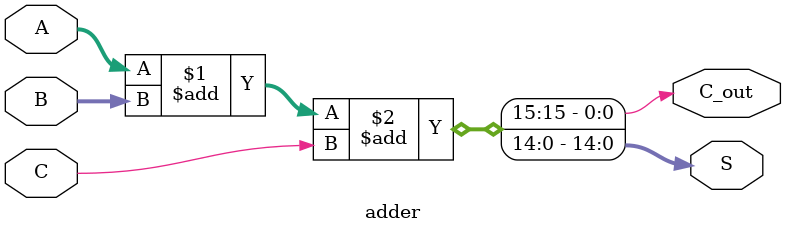
<source format=v>
module adder(A, B, C, S, C_out); 
    parameter AB_width = 15;  	// Width of arguments and result
    input [AB_width-1:0] A,B; // Arguments
    input C;						// 1-bit carry in 
    output [AB_width-1:0] S;	// Result
    output C_out;					// 1-bit carry out
    
    assign {C_out, S} = A + B + C; 
    
endmodule //adder

</source>
